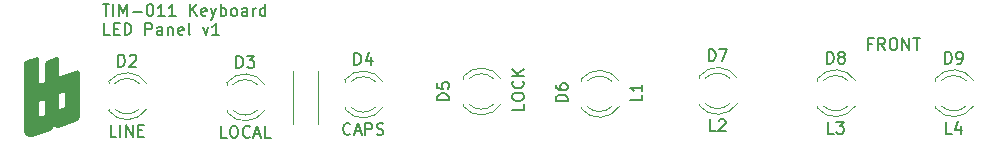
<source format=gbr>
%TF.GenerationSoftware,KiCad,Pcbnew,8.0.1*%
%TF.CreationDate,2024-05-11T19:49:50+01:00*%
%TF.ProjectId,TIMI2CLEDPanel,54494d49-3243-44c4-9544-50616e656c2e,rev?*%
%TF.SameCoordinates,Original*%
%TF.FileFunction,Legend,Top*%
%TF.FilePolarity,Positive*%
%FSLAX46Y46*%
G04 Gerber Fmt 4.6, Leading zero omitted, Abs format (unit mm)*
G04 Created by KiCad (PCBNEW 8.0.1) date 2024-05-11 19:49:50*
%MOMM*%
%LPD*%
G01*
G04 APERTURE LIST*
%ADD10C,0.150000*%
%ADD11C,0.120000*%
%ADD12C,0.000000*%
G04 APERTURE END LIST*
D10*
X47943922Y-31209875D02*
X48515350Y-31209875D01*
X48229636Y-32209875D02*
X48229636Y-31209875D01*
X48848684Y-32209875D02*
X48848684Y-31209875D01*
X49324874Y-32209875D02*
X49324874Y-31209875D01*
X49324874Y-31209875D02*
X49658207Y-31924160D01*
X49658207Y-31924160D02*
X49991540Y-31209875D01*
X49991540Y-31209875D02*
X49991540Y-32209875D01*
X50467731Y-31828922D02*
X51229636Y-31828922D01*
X51896302Y-31209875D02*
X51991540Y-31209875D01*
X51991540Y-31209875D02*
X52086778Y-31257494D01*
X52086778Y-31257494D02*
X52134397Y-31305113D01*
X52134397Y-31305113D02*
X52182016Y-31400351D01*
X52182016Y-31400351D02*
X52229635Y-31590827D01*
X52229635Y-31590827D02*
X52229635Y-31828922D01*
X52229635Y-31828922D02*
X52182016Y-32019398D01*
X52182016Y-32019398D02*
X52134397Y-32114636D01*
X52134397Y-32114636D02*
X52086778Y-32162256D01*
X52086778Y-32162256D02*
X51991540Y-32209875D01*
X51991540Y-32209875D02*
X51896302Y-32209875D01*
X51896302Y-32209875D02*
X51801064Y-32162256D01*
X51801064Y-32162256D02*
X51753445Y-32114636D01*
X51753445Y-32114636D02*
X51705826Y-32019398D01*
X51705826Y-32019398D02*
X51658207Y-31828922D01*
X51658207Y-31828922D02*
X51658207Y-31590827D01*
X51658207Y-31590827D02*
X51705826Y-31400351D01*
X51705826Y-31400351D02*
X51753445Y-31305113D01*
X51753445Y-31305113D02*
X51801064Y-31257494D01*
X51801064Y-31257494D02*
X51896302Y-31209875D01*
X53182016Y-32209875D02*
X52610588Y-32209875D01*
X52896302Y-32209875D02*
X52896302Y-31209875D01*
X52896302Y-31209875D02*
X52801064Y-31352732D01*
X52801064Y-31352732D02*
X52705826Y-31447970D01*
X52705826Y-31447970D02*
X52610588Y-31495589D01*
X54134397Y-32209875D02*
X53562969Y-32209875D01*
X53848683Y-32209875D02*
X53848683Y-31209875D01*
X53848683Y-31209875D02*
X53753445Y-31352732D01*
X53753445Y-31352732D02*
X53658207Y-31447970D01*
X53658207Y-31447970D02*
X53562969Y-31495589D01*
X55324874Y-32209875D02*
X55324874Y-31209875D01*
X55896302Y-32209875D02*
X55467731Y-31638446D01*
X55896302Y-31209875D02*
X55324874Y-31781303D01*
X56705826Y-32162256D02*
X56610588Y-32209875D01*
X56610588Y-32209875D02*
X56420112Y-32209875D01*
X56420112Y-32209875D02*
X56324874Y-32162256D01*
X56324874Y-32162256D02*
X56277255Y-32067017D01*
X56277255Y-32067017D02*
X56277255Y-31686065D01*
X56277255Y-31686065D02*
X56324874Y-31590827D01*
X56324874Y-31590827D02*
X56420112Y-31543208D01*
X56420112Y-31543208D02*
X56610588Y-31543208D01*
X56610588Y-31543208D02*
X56705826Y-31590827D01*
X56705826Y-31590827D02*
X56753445Y-31686065D01*
X56753445Y-31686065D02*
X56753445Y-31781303D01*
X56753445Y-31781303D02*
X56277255Y-31876541D01*
X57086779Y-31543208D02*
X57324874Y-32209875D01*
X57562969Y-31543208D02*
X57324874Y-32209875D01*
X57324874Y-32209875D02*
X57229636Y-32447970D01*
X57229636Y-32447970D02*
X57182017Y-32495589D01*
X57182017Y-32495589D02*
X57086779Y-32543208D01*
X57943922Y-32209875D02*
X57943922Y-31209875D01*
X57943922Y-31590827D02*
X58039160Y-31543208D01*
X58039160Y-31543208D02*
X58229636Y-31543208D01*
X58229636Y-31543208D02*
X58324874Y-31590827D01*
X58324874Y-31590827D02*
X58372493Y-31638446D01*
X58372493Y-31638446D02*
X58420112Y-31733684D01*
X58420112Y-31733684D02*
X58420112Y-32019398D01*
X58420112Y-32019398D02*
X58372493Y-32114636D01*
X58372493Y-32114636D02*
X58324874Y-32162256D01*
X58324874Y-32162256D02*
X58229636Y-32209875D01*
X58229636Y-32209875D02*
X58039160Y-32209875D01*
X58039160Y-32209875D02*
X57943922Y-32162256D01*
X58991541Y-32209875D02*
X58896303Y-32162256D01*
X58896303Y-32162256D02*
X58848684Y-32114636D01*
X58848684Y-32114636D02*
X58801065Y-32019398D01*
X58801065Y-32019398D02*
X58801065Y-31733684D01*
X58801065Y-31733684D02*
X58848684Y-31638446D01*
X58848684Y-31638446D02*
X58896303Y-31590827D01*
X58896303Y-31590827D02*
X58991541Y-31543208D01*
X58991541Y-31543208D02*
X59134398Y-31543208D01*
X59134398Y-31543208D02*
X59229636Y-31590827D01*
X59229636Y-31590827D02*
X59277255Y-31638446D01*
X59277255Y-31638446D02*
X59324874Y-31733684D01*
X59324874Y-31733684D02*
X59324874Y-32019398D01*
X59324874Y-32019398D02*
X59277255Y-32114636D01*
X59277255Y-32114636D02*
X59229636Y-32162256D01*
X59229636Y-32162256D02*
X59134398Y-32209875D01*
X59134398Y-32209875D02*
X58991541Y-32209875D01*
X60182017Y-32209875D02*
X60182017Y-31686065D01*
X60182017Y-31686065D02*
X60134398Y-31590827D01*
X60134398Y-31590827D02*
X60039160Y-31543208D01*
X60039160Y-31543208D02*
X59848684Y-31543208D01*
X59848684Y-31543208D02*
X59753446Y-31590827D01*
X60182017Y-32162256D02*
X60086779Y-32209875D01*
X60086779Y-32209875D02*
X59848684Y-32209875D01*
X59848684Y-32209875D02*
X59753446Y-32162256D01*
X59753446Y-32162256D02*
X59705827Y-32067017D01*
X59705827Y-32067017D02*
X59705827Y-31971779D01*
X59705827Y-31971779D02*
X59753446Y-31876541D01*
X59753446Y-31876541D02*
X59848684Y-31828922D01*
X59848684Y-31828922D02*
X60086779Y-31828922D01*
X60086779Y-31828922D02*
X60182017Y-31781303D01*
X60658208Y-32209875D02*
X60658208Y-31543208D01*
X60658208Y-31733684D02*
X60705827Y-31638446D01*
X60705827Y-31638446D02*
X60753446Y-31590827D01*
X60753446Y-31590827D02*
X60848684Y-31543208D01*
X60848684Y-31543208D02*
X60943922Y-31543208D01*
X61705827Y-32209875D02*
X61705827Y-31209875D01*
X61705827Y-32162256D02*
X61610589Y-32209875D01*
X61610589Y-32209875D02*
X61420113Y-32209875D01*
X61420113Y-32209875D02*
X61324875Y-32162256D01*
X61324875Y-32162256D02*
X61277256Y-32114636D01*
X61277256Y-32114636D02*
X61229637Y-32019398D01*
X61229637Y-32019398D02*
X61229637Y-31733684D01*
X61229637Y-31733684D02*
X61277256Y-31638446D01*
X61277256Y-31638446D02*
X61324875Y-31590827D01*
X61324875Y-31590827D02*
X61420113Y-31543208D01*
X61420113Y-31543208D02*
X61610589Y-31543208D01*
X61610589Y-31543208D02*
X61705827Y-31590827D01*
X48562969Y-33819819D02*
X48086779Y-33819819D01*
X48086779Y-33819819D02*
X48086779Y-32819819D01*
X48896303Y-33296009D02*
X49229636Y-33296009D01*
X49372493Y-33819819D02*
X48896303Y-33819819D01*
X48896303Y-33819819D02*
X48896303Y-32819819D01*
X48896303Y-32819819D02*
X49372493Y-32819819D01*
X49801065Y-33819819D02*
X49801065Y-32819819D01*
X49801065Y-32819819D02*
X50039160Y-32819819D01*
X50039160Y-32819819D02*
X50182017Y-32867438D01*
X50182017Y-32867438D02*
X50277255Y-32962676D01*
X50277255Y-32962676D02*
X50324874Y-33057914D01*
X50324874Y-33057914D02*
X50372493Y-33248390D01*
X50372493Y-33248390D02*
X50372493Y-33391247D01*
X50372493Y-33391247D02*
X50324874Y-33581723D01*
X50324874Y-33581723D02*
X50277255Y-33676961D01*
X50277255Y-33676961D02*
X50182017Y-33772200D01*
X50182017Y-33772200D02*
X50039160Y-33819819D01*
X50039160Y-33819819D02*
X49801065Y-33819819D01*
X51562970Y-33819819D02*
X51562970Y-32819819D01*
X51562970Y-32819819D02*
X51943922Y-32819819D01*
X51943922Y-32819819D02*
X52039160Y-32867438D01*
X52039160Y-32867438D02*
X52086779Y-32915057D01*
X52086779Y-32915057D02*
X52134398Y-33010295D01*
X52134398Y-33010295D02*
X52134398Y-33153152D01*
X52134398Y-33153152D02*
X52086779Y-33248390D01*
X52086779Y-33248390D02*
X52039160Y-33296009D01*
X52039160Y-33296009D02*
X51943922Y-33343628D01*
X51943922Y-33343628D02*
X51562970Y-33343628D01*
X52991541Y-33819819D02*
X52991541Y-33296009D01*
X52991541Y-33296009D02*
X52943922Y-33200771D01*
X52943922Y-33200771D02*
X52848684Y-33153152D01*
X52848684Y-33153152D02*
X52658208Y-33153152D01*
X52658208Y-33153152D02*
X52562970Y-33200771D01*
X52991541Y-33772200D02*
X52896303Y-33819819D01*
X52896303Y-33819819D02*
X52658208Y-33819819D01*
X52658208Y-33819819D02*
X52562970Y-33772200D01*
X52562970Y-33772200D02*
X52515351Y-33676961D01*
X52515351Y-33676961D02*
X52515351Y-33581723D01*
X52515351Y-33581723D02*
X52562970Y-33486485D01*
X52562970Y-33486485D02*
X52658208Y-33438866D01*
X52658208Y-33438866D02*
X52896303Y-33438866D01*
X52896303Y-33438866D02*
X52991541Y-33391247D01*
X53467732Y-33153152D02*
X53467732Y-33819819D01*
X53467732Y-33248390D02*
X53515351Y-33200771D01*
X53515351Y-33200771D02*
X53610589Y-33153152D01*
X53610589Y-33153152D02*
X53753446Y-33153152D01*
X53753446Y-33153152D02*
X53848684Y-33200771D01*
X53848684Y-33200771D02*
X53896303Y-33296009D01*
X53896303Y-33296009D02*
X53896303Y-33819819D01*
X54753446Y-33772200D02*
X54658208Y-33819819D01*
X54658208Y-33819819D02*
X54467732Y-33819819D01*
X54467732Y-33819819D02*
X54372494Y-33772200D01*
X54372494Y-33772200D02*
X54324875Y-33676961D01*
X54324875Y-33676961D02*
X54324875Y-33296009D01*
X54324875Y-33296009D02*
X54372494Y-33200771D01*
X54372494Y-33200771D02*
X54467732Y-33153152D01*
X54467732Y-33153152D02*
X54658208Y-33153152D01*
X54658208Y-33153152D02*
X54753446Y-33200771D01*
X54753446Y-33200771D02*
X54801065Y-33296009D01*
X54801065Y-33296009D02*
X54801065Y-33391247D01*
X54801065Y-33391247D02*
X54324875Y-33486485D01*
X55372494Y-33819819D02*
X55277256Y-33772200D01*
X55277256Y-33772200D02*
X55229637Y-33676961D01*
X55229637Y-33676961D02*
X55229637Y-32819819D01*
X56420114Y-33153152D02*
X56658209Y-33819819D01*
X56658209Y-33819819D02*
X56896304Y-33153152D01*
X57801066Y-33819819D02*
X57229638Y-33819819D01*
X57515352Y-33819819D02*
X57515352Y-32819819D01*
X57515352Y-32819819D02*
X57420114Y-32962676D01*
X57420114Y-32962676D02*
X57324876Y-33057914D01*
X57324876Y-33057914D02*
X57229638Y-33105533D01*
X113084397Y-34546009D02*
X112751064Y-34546009D01*
X112751064Y-35069819D02*
X112751064Y-34069819D01*
X112751064Y-34069819D02*
X113227254Y-34069819D01*
X114179635Y-35069819D02*
X113846302Y-34593628D01*
X113608207Y-35069819D02*
X113608207Y-34069819D01*
X113608207Y-34069819D02*
X113989159Y-34069819D01*
X113989159Y-34069819D02*
X114084397Y-34117438D01*
X114084397Y-34117438D02*
X114132016Y-34165057D01*
X114132016Y-34165057D02*
X114179635Y-34260295D01*
X114179635Y-34260295D02*
X114179635Y-34403152D01*
X114179635Y-34403152D02*
X114132016Y-34498390D01*
X114132016Y-34498390D02*
X114084397Y-34546009D01*
X114084397Y-34546009D02*
X113989159Y-34593628D01*
X113989159Y-34593628D02*
X113608207Y-34593628D01*
X114798683Y-34069819D02*
X114989159Y-34069819D01*
X114989159Y-34069819D02*
X115084397Y-34117438D01*
X115084397Y-34117438D02*
X115179635Y-34212676D01*
X115179635Y-34212676D02*
X115227254Y-34403152D01*
X115227254Y-34403152D02*
X115227254Y-34736485D01*
X115227254Y-34736485D02*
X115179635Y-34926961D01*
X115179635Y-34926961D02*
X115084397Y-35022200D01*
X115084397Y-35022200D02*
X114989159Y-35069819D01*
X114989159Y-35069819D02*
X114798683Y-35069819D01*
X114798683Y-35069819D02*
X114703445Y-35022200D01*
X114703445Y-35022200D02*
X114608207Y-34926961D01*
X114608207Y-34926961D02*
X114560588Y-34736485D01*
X114560588Y-34736485D02*
X114560588Y-34403152D01*
X114560588Y-34403152D02*
X114608207Y-34212676D01*
X114608207Y-34212676D02*
X114703445Y-34117438D01*
X114703445Y-34117438D02*
X114798683Y-34069819D01*
X115655826Y-35069819D02*
X115655826Y-34069819D01*
X115655826Y-34069819D02*
X116227254Y-35069819D01*
X116227254Y-35069819D02*
X116227254Y-34069819D01*
X116560588Y-34069819D02*
X117132016Y-34069819D01*
X116846302Y-35069819D02*
X116846302Y-34069819D01*
X49261905Y-36494819D02*
X49261905Y-35494819D01*
X49261905Y-35494819D02*
X49500000Y-35494819D01*
X49500000Y-35494819D02*
X49642857Y-35542438D01*
X49642857Y-35542438D02*
X49738095Y-35637676D01*
X49738095Y-35637676D02*
X49785714Y-35732914D01*
X49785714Y-35732914D02*
X49833333Y-35923390D01*
X49833333Y-35923390D02*
X49833333Y-36066247D01*
X49833333Y-36066247D02*
X49785714Y-36256723D01*
X49785714Y-36256723D02*
X49738095Y-36351961D01*
X49738095Y-36351961D02*
X49642857Y-36447200D01*
X49642857Y-36447200D02*
X49500000Y-36494819D01*
X49500000Y-36494819D02*
X49261905Y-36494819D01*
X50214286Y-35590057D02*
X50261905Y-35542438D01*
X50261905Y-35542438D02*
X50357143Y-35494819D01*
X50357143Y-35494819D02*
X50595238Y-35494819D01*
X50595238Y-35494819D02*
X50690476Y-35542438D01*
X50690476Y-35542438D02*
X50738095Y-35590057D01*
X50738095Y-35590057D02*
X50785714Y-35685295D01*
X50785714Y-35685295D02*
X50785714Y-35780533D01*
X50785714Y-35780533D02*
X50738095Y-35923390D01*
X50738095Y-35923390D02*
X50166667Y-36494819D01*
X50166667Y-36494819D02*
X50785714Y-36494819D01*
X49095238Y-42414819D02*
X48619048Y-42414819D01*
X48619048Y-42414819D02*
X48619048Y-41414819D01*
X49428572Y-42414819D02*
X49428572Y-41414819D01*
X49904762Y-42414819D02*
X49904762Y-41414819D01*
X49904762Y-41414819D02*
X50476190Y-42414819D01*
X50476190Y-42414819D02*
X50476190Y-41414819D01*
X50952381Y-41891009D02*
X51285714Y-41891009D01*
X51428571Y-42414819D02*
X50952381Y-42414819D01*
X50952381Y-42414819D02*
X50952381Y-41414819D01*
X50952381Y-41414819D02*
X51428571Y-41414819D01*
X87304819Y-39438094D02*
X86304819Y-39438094D01*
X86304819Y-39438094D02*
X86304819Y-39199999D01*
X86304819Y-39199999D02*
X86352438Y-39057142D01*
X86352438Y-39057142D02*
X86447676Y-38961904D01*
X86447676Y-38961904D02*
X86542914Y-38914285D01*
X86542914Y-38914285D02*
X86733390Y-38866666D01*
X86733390Y-38866666D02*
X86876247Y-38866666D01*
X86876247Y-38866666D02*
X87066723Y-38914285D01*
X87066723Y-38914285D02*
X87161961Y-38961904D01*
X87161961Y-38961904D02*
X87257200Y-39057142D01*
X87257200Y-39057142D02*
X87304819Y-39199999D01*
X87304819Y-39199999D02*
X87304819Y-39438094D01*
X86304819Y-38009523D02*
X86304819Y-38199999D01*
X86304819Y-38199999D02*
X86352438Y-38295237D01*
X86352438Y-38295237D02*
X86400057Y-38342856D01*
X86400057Y-38342856D02*
X86542914Y-38438094D01*
X86542914Y-38438094D02*
X86733390Y-38485713D01*
X86733390Y-38485713D02*
X87114342Y-38485713D01*
X87114342Y-38485713D02*
X87209580Y-38438094D01*
X87209580Y-38438094D02*
X87257200Y-38390475D01*
X87257200Y-38390475D02*
X87304819Y-38295237D01*
X87304819Y-38295237D02*
X87304819Y-38104761D01*
X87304819Y-38104761D02*
X87257200Y-38009523D01*
X87257200Y-38009523D02*
X87209580Y-37961904D01*
X87209580Y-37961904D02*
X87114342Y-37914285D01*
X87114342Y-37914285D02*
X86876247Y-37914285D01*
X86876247Y-37914285D02*
X86781009Y-37961904D01*
X86781009Y-37961904D02*
X86733390Y-38009523D01*
X86733390Y-38009523D02*
X86685771Y-38104761D01*
X86685771Y-38104761D02*
X86685771Y-38295237D01*
X86685771Y-38295237D02*
X86733390Y-38390475D01*
X86733390Y-38390475D02*
X86781009Y-38438094D01*
X86781009Y-38438094D02*
X86876247Y-38485713D01*
X93604819Y-38866666D02*
X93604819Y-39342856D01*
X93604819Y-39342856D02*
X92604819Y-39342856D01*
X93604819Y-38009523D02*
X93604819Y-38580951D01*
X93604819Y-38295237D02*
X92604819Y-38295237D01*
X92604819Y-38295237D02*
X92747676Y-38390475D01*
X92747676Y-38390475D02*
X92842914Y-38485713D01*
X92842914Y-38485713D02*
X92890533Y-38580951D01*
X77254819Y-39338094D02*
X76254819Y-39338094D01*
X76254819Y-39338094D02*
X76254819Y-39099999D01*
X76254819Y-39099999D02*
X76302438Y-38957142D01*
X76302438Y-38957142D02*
X76397676Y-38861904D01*
X76397676Y-38861904D02*
X76492914Y-38814285D01*
X76492914Y-38814285D02*
X76683390Y-38766666D01*
X76683390Y-38766666D02*
X76826247Y-38766666D01*
X76826247Y-38766666D02*
X77016723Y-38814285D01*
X77016723Y-38814285D02*
X77111961Y-38861904D01*
X77111961Y-38861904D02*
X77207200Y-38957142D01*
X77207200Y-38957142D02*
X77254819Y-39099999D01*
X77254819Y-39099999D02*
X77254819Y-39338094D01*
X76254819Y-37861904D02*
X76254819Y-38338094D01*
X76254819Y-38338094D02*
X76731009Y-38385713D01*
X76731009Y-38385713D02*
X76683390Y-38338094D01*
X76683390Y-38338094D02*
X76635771Y-38242856D01*
X76635771Y-38242856D02*
X76635771Y-38004761D01*
X76635771Y-38004761D02*
X76683390Y-37909523D01*
X76683390Y-37909523D02*
X76731009Y-37861904D01*
X76731009Y-37861904D02*
X76826247Y-37814285D01*
X76826247Y-37814285D02*
X77064342Y-37814285D01*
X77064342Y-37814285D02*
X77159580Y-37861904D01*
X77159580Y-37861904D02*
X77207200Y-37909523D01*
X77207200Y-37909523D02*
X77254819Y-38004761D01*
X77254819Y-38004761D02*
X77254819Y-38242856D01*
X77254819Y-38242856D02*
X77207200Y-38338094D01*
X77207200Y-38338094D02*
X77159580Y-38385713D01*
X83604819Y-39664285D02*
X83604819Y-40140475D01*
X83604819Y-40140475D02*
X82604819Y-40140475D01*
X82604819Y-39140475D02*
X82604819Y-38949999D01*
X82604819Y-38949999D02*
X82652438Y-38854761D01*
X82652438Y-38854761D02*
X82747676Y-38759523D01*
X82747676Y-38759523D02*
X82938152Y-38711904D01*
X82938152Y-38711904D02*
X83271485Y-38711904D01*
X83271485Y-38711904D02*
X83461961Y-38759523D01*
X83461961Y-38759523D02*
X83557200Y-38854761D01*
X83557200Y-38854761D02*
X83604819Y-38949999D01*
X83604819Y-38949999D02*
X83604819Y-39140475D01*
X83604819Y-39140475D02*
X83557200Y-39235713D01*
X83557200Y-39235713D02*
X83461961Y-39330951D01*
X83461961Y-39330951D02*
X83271485Y-39378570D01*
X83271485Y-39378570D02*
X82938152Y-39378570D01*
X82938152Y-39378570D02*
X82747676Y-39330951D01*
X82747676Y-39330951D02*
X82652438Y-39235713D01*
X82652438Y-39235713D02*
X82604819Y-39140475D01*
X83509580Y-37711904D02*
X83557200Y-37759523D01*
X83557200Y-37759523D02*
X83604819Y-37902380D01*
X83604819Y-37902380D02*
X83604819Y-37997618D01*
X83604819Y-37997618D02*
X83557200Y-38140475D01*
X83557200Y-38140475D02*
X83461961Y-38235713D01*
X83461961Y-38235713D02*
X83366723Y-38283332D01*
X83366723Y-38283332D02*
X83176247Y-38330951D01*
X83176247Y-38330951D02*
X83033390Y-38330951D01*
X83033390Y-38330951D02*
X82842914Y-38283332D01*
X82842914Y-38283332D02*
X82747676Y-38235713D01*
X82747676Y-38235713D02*
X82652438Y-38140475D01*
X82652438Y-38140475D02*
X82604819Y-37997618D01*
X82604819Y-37997618D02*
X82604819Y-37902380D01*
X82604819Y-37902380D02*
X82652438Y-37759523D01*
X82652438Y-37759523D02*
X82700057Y-37711904D01*
X83604819Y-37283332D02*
X82604819Y-37283332D01*
X83604819Y-36711904D02*
X83033390Y-37140475D01*
X82604819Y-36711904D02*
X83176247Y-37283332D01*
X59261905Y-36594819D02*
X59261905Y-35594819D01*
X59261905Y-35594819D02*
X59500000Y-35594819D01*
X59500000Y-35594819D02*
X59642857Y-35642438D01*
X59642857Y-35642438D02*
X59738095Y-35737676D01*
X59738095Y-35737676D02*
X59785714Y-35832914D01*
X59785714Y-35832914D02*
X59833333Y-36023390D01*
X59833333Y-36023390D02*
X59833333Y-36166247D01*
X59833333Y-36166247D02*
X59785714Y-36356723D01*
X59785714Y-36356723D02*
X59738095Y-36451961D01*
X59738095Y-36451961D02*
X59642857Y-36547200D01*
X59642857Y-36547200D02*
X59500000Y-36594819D01*
X59500000Y-36594819D02*
X59261905Y-36594819D01*
X60166667Y-35594819D02*
X60785714Y-35594819D01*
X60785714Y-35594819D02*
X60452381Y-35975771D01*
X60452381Y-35975771D02*
X60595238Y-35975771D01*
X60595238Y-35975771D02*
X60690476Y-36023390D01*
X60690476Y-36023390D02*
X60738095Y-36071009D01*
X60738095Y-36071009D02*
X60785714Y-36166247D01*
X60785714Y-36166247D02*
X60785714Y-36404342D01*
X60785714Y-36404342D02*
X60738095Y-36499580D01*
X60738095Y-36499580D02*
X60690476Y-36547200D01*
X60690476Y-36547200D02*
X60595238Y-36594819D01*
X60595238Y-36594819D02*
X60309524Y-36594819D01*
X60309524Y-36594819D02*
X60214286Y-36547200D01*
X60214286Y-36547200D02*
X60166667Y-36499580D01*
X58452380Y-42514819D02*
X57976190Y-42514819D01*
X57976190Y-42514819D02*
X57976190Y-41514819D01*
X58976190Y-41514819D02*
X59166666Y-41514819D01*
X59166666Y-41514819D02*
X59261904Y-41562438D01*
X59261904Y-41562438D02*
X59357142Y-41657676D01*
X59357142Y-41657676D02*
X59404761Y-41848152D01*
X59404761Y-41848152D02*
X59404761Y-42181485D01*
X59404761Y-42181485D02*
X59357142Y-42371961D01*
X59357142Y-42371961D02*
X59261904Y-42467200D01*
X59261904Y-42467200D02*
X59166666Y-42514819D01*
X59166666Y-42514819D02*
X58976190Y-42514819D01*
X58976190Y-42514819D02*
X58880952Y-42467200D01*
X58880952Y-42467200D02*
X58785714Y-42371961D01*
X58785714Y-42371961D02*
X58738095Y-42181485D01*
X58738095Y-42181485D02*
X58738095Y-41848152D01*
X58738095Y-41848152D02*
X58785714Y-41657676D01*
X58785714Y-41657676D02*
X58880952Y-41562438D01*
X58880952Y-41562438D02*
X58976190Y-41514819D01*
X60404761Y-42419580D02*
X60357142Y-42467200D01*
X60357142Y-42467200D02*
X60214285Y-42514819D01*
X60214285Y-42514819D02*
X60119047Y-42514819D01*
X60119047Y-42514819D02*
X59976190Y-42467200D01*
X59976190Y-42467200D02*
X59880952Y-42371961D01*
X59880952Y-42371961D02*
X59833333Y-42276723D01*
X59833333Y-42276723D02*
X59785714Y-42086247D01*
X59785714Y-42086247D02*
X59785714Y-41943390D01*
X59785714Y-41943390D02*
X59833333Y-41752914D01*
X59833333Y-41752914D02*
X59880952Y-41657676D01*
X59880952Y-41657676D02*
X59976190Y-41562438D01*
X59976190Y-41562438D02*
X60119047Y-41514819D01*
X60119047Y-41514819D02*
X60214285Y-41514819D01*
X60214285Y-41514819D02*
X60357142Y-41562438D01*
X60357142Y-41562438D02*
X60404761Y-41610057D01*
X60785714Y-42229104D02*
X61261904Y-42229104D01*
X60690476Y-42514819D02*
X61023809Y-41514819D01*
X61023809Y-41514819D02*
X61357142Y-42514819D01*
X62166666Y-42514819D02*
X61690476Y-42514819D01*
X61690476Y-42514819D02*
X61690476Y-41514819D01*
X69261905Y-36344819D02*
X69261905Y-35344819D01*
X69261905Y-35344819D02*
X69500000Y-35344819D01*
X69500000Y-35344819D02*
X69642857Y-35392438D01*
X69642857Y-35392438D02*
X69738095Y-35487676D01*
X69738095Y-35487676D02*
X69785714Y-35582914D01*
X69785714Y-35582914D02*
X69833333Y-35773390D01*
X69833333Y-35773390D02*
X69833333Y-35916247D01*
X69833333Y-35916247D02*
X69785714Y-36106723D01*
X69785714Y-36106723D02*
X69738095Y-36201961D01*
X69738095Y-36201961D02*
X69642857Y-36297200D01*
X69642857Y-36297200D02*
X69500000Y-36344819D01*
X69500000Y-36344819D02*
X69261905Y-36344819D01*
X70690476Y-35678152D02*
X70690476Y-36344819D01*
X70452381Y-35297200D02*
X70214286Y-36011485D01*
X70214286Y-36011485D02*
X70833333Y-36011485D01*
X68904761Y-42169580D02*
X68857142Y-42217200D01*
X68857142Y-42217200D02*
X68714285Y-42264819D01*
X68714285Y-42264819D02*
X68619047Y-42264819D01*
X68619047Y-42264819D02*
X68476190Y-42217200D01*
X68476190Y-42217200D02*
X68380952Y-42121961D01*
X68380952Y-42121961D02*
X68333333Y-42026723D01*
X68333333Y-42026723D02*
X68285714Y-41836247D01*
X68285714Y-41836247D02*
X68285714Y-41693390D01*
X68285714Y-41693390D02*
X68333333Y-41502914D01*
X68333333Y-41502914D02*
X68380952Y-41407676D01*
X68380952Y-41407676D02*
X68476190Y-41312438D01*
X68476190Y-41312438D02*
X68619047Y-41264819D01*
X68619047Y-41264819D02*
X68714285Y-41264819D01*
X68714285Y-41264819D02*
X68857142Y-41312438D01*
X68857142Y-41312438D02*
X68904761Y-41360057D01*
X69285714Y-41979104D02*
X69761904Y-41979104D01*
X69190476Y-42264819D02*
X69523809Y-41264819D01*
X69523809Y-41264819D02*
X69857142Y-42264819D01*
X70190476Y-42264819D02*
X70190476Y-41264819D01*
X70190476Y-41264819D02*
X70571428Y-41264819D01*
X70571428Y-41264819D02*
X70666666Y-41312438D01*
X70666666Y-41312438D02*
X70714285Y-41360057D01*
X70714285Y-41360057D02*
X70761904Y-41455295D01*
X70761904Y-41455295D02*
X70761904Y-41598152D01*
X70761904Y-41598152D02*
X70714285Y-41693390D01*
X70714285Y-41693390D02*
X70666666Y-41741009D01*
X70666666Y-41741009D02*
X70571428Y-41788628D01*
X70571428Y-41788628D02*
X70190476Y-41788628D01*
X71142857Y-42217200D02*
X71285714Y-42264819D01*
X71285714Y-42264819D02*
X71523809Y-42264819D01*
X71523809Y-42264819D02*
X71619047Y-42217200D01*
X71619047Y-42217200D02*
X71666666Y-42169580D01*
X71666666Y-42169580D02*
X71714285Y-42074342D01*
X71714285Y-42074342D02*
X71714285Y-41979104D01*
X71714285Y-41979104D02*
X71666666Y-41883866D01*
X71666666Y-41883866D02*
X71619047Y-41836247D01*
X71619047Y-41836247D02*
X71523809Y-41788628D01*
X71523809Y-41788628D02*
X71333333Y-41741009D01*
X71333333Y-41741009D02*
X71238095Y-41693390D01*
X71238095Y-41693390D02*
X71190476Y-41645771D01*
X71190476Y-41645771D02*
X71142857Y-41550533D01*
X71142857Y-41550533D02*
X71142857Y-41455295D01*
X71142857Y-41455295D02*
X71190476Y-41360057D01*
X71190476Y-41360057D02*
X71238095Y-41312438D01*
X71238095Y-41312438D02*
X71333333Y-41264819D01*
X71333333Y-41264819D02*
X71571428Y-41264819D01*
X71571428Y-41264819D02*
X71714285Y-41312438D01*
X119261905Y-36244819D02*
X119261905Y-35244819D01*
X119261905Y-35244819D02*
X119500000Y-35244819D01*
X119500000Y-35244819D02*
X119642857Y-35292438D01*
X119642857Y-35292438D02*
X119738095Y-35387676D01*
X119738095Y-35387676D02*
X119785714Y-35482914D01*
X119785714Y-35482914D02*
X119833333Y-35673390D01*
X119833333Y-35673390D02*
X119833333Y-35816247D01*
X119833333Y-35816247D02*
X119785714Y-36006723D01*
X119785714Y-36006723D02*
X119738095Y-36101961D01*
X119738095Y-36101961D02*
X119642857Y-36197200D01*
X119642857Y-36197200D02*
X119500000Y-36244819D01*
X119500000Y-36244819D02*
X119261905Y-36244819D01*
X120309524Y-36244819D02*
X120500000Y-36244819D01*
X120500000Y-36244819D02*
X120595238Y-36197200D01*
X120595238Y-36197200D02*
X120642857Y-36149580D01*
X120642857Y-36149580D02*
X120738095Y-36006723D01*
X120738095Y-36006723D02*
X120785714Y-35816247D01*
X120785714Y-35816247D02*
X120785714Y-35435295D01*
X120785714Y-35435295D02*
X120738095Y-35340057D01*
X120738095Y-35340057D02*
X120690476Y-35292438D01*
X120690476Y-35292438D02*
X120595238Y-35244819D01*
X120595238Y-35244819D02*
X120404762Y-35244819D01*
X120404762Y-35244819D02*
X120309524Y-35292438D01*
X120309524Y-35292438D02*
X120261905Y-35340057D01*
X120261905Y-35340057D02*
X120214286Y-35435295D01*
X120214286Y-35435295D02*
X120214286Y-35673390D01*
X120214286Y-35673390D02*
X120261905Y-35768628D01*
X120261905Y-35768628D02*
X120309524Y-35816247D01*
X120309524Y-35816247D02*
X120404762Y-35863866D01*
X120404762Y-35863866D02*
X120595238Y-35863866D01*
X120595238Y-35863866D02*
X120690476Y-35816247D01*
X120690476Y-35816247D02*
X120738095Y-35768628D01*
X120738095Y-35768628D02*
X120785714Y-35673390D01*
X119833333Y-42164819D02*
X119357143Y-42164819D01*
X119357143Y-42164819D02*
X119357143Y-41164819D01*
X120595238Y-41498152D02*
X120595238Y-42164819D01*
X120357143Y-41117200D02*
X120119048Y-41831485D01*
X120119048Y-41831485D02*
X120738095Y-41831485D01*
X99261905Y-36044819D02*
X99261905Y-35044819D01*
X99261905Y-35044819D02*
X99500000Y-35044819D01*
X99500000Y-35044819D02*
X99642857Y-35092438D01*
X99642857Y-35092438D02*
X99738095Y-35187676D01*
X99738095Y-35187676D02*
X99785714Y-35282914D01*
X99785714Y-35282914D02*
X99833333Y-35473390D01*
X99833333Y-35473390D02*
X99833333Y-35616247D01*
X99833333Y-35616247D02*
X99785714Y-35806723D01*
X99785714Y-35806723D02*
X99738095Y-35901961D01*
X99738095Y-35901961D02*
X99642857Y-35997200D01*
X99642857Y-35997200D02*
X99500000Y-36044819D01*
X99500000Y-36044819D02*
X99261905Y-36044819D01*
X100166667Y-35044819D02*
X100833333Y-35044819D01*
X100833333Y-35044819D02*
X100404762Y-36044819D01*
X99833333Y-41964819D02*
X99357143Y-41964819D01*
X99357143Y-41964819D02*
X99357143Y-40964819D01*
X100119048Y-41060057D02*
X100166667Y-41012438D01*
X100166667Y-41012438D02*
X100261905Y-40964819D01*
X100261905Y-40964819D02*
X100500000Y-40964819D01*
X100500000Y-40964819D02*
X100595238Y-41012438D01*
X100595238Y-41012438D02*
X100642857Y-41060057D01*
X100642857Y-41060057D02*
X100690476Y-41155295D01*
X100690476Y-41155295D02*
X100690476Y-41250533D01*
X100690476Y-41250533D02*
X100642857Y-41393390D01*
X100642857Y-41393390D02*
X100071429Y-41964819D01*
X100071429Y-41964819D02*
X100690476Y-41964819D01*
X109261905Y-36244819D02*
X109261905Y-35244819D01*
X109261905Y-35244819D02*
X109500000Y-35244819D01*
X109500000Y-35244819D02*
X109642857Y-35292438D01*
X109642857Y-35292438D02*
X109738095Y-35387676D01*
X109738095Y-35387676D02*
X109785714Y-35482914D01*
X109785714Y-35482914D02*
X109833333Y-35673390D01*
X109833333Y-35673390D02*
X109833333Y-35816247D01*
X109833333Y-35816247D02*
X109785714Y-36006723D01*
X109785714Y-36006723D02*
X109738095Y-36101961D01*
X109738095Y-36101961D02*
X109642857Y-36197200D01*
X109642857Y-36197200D02*
X109500000Y-36244819D01*
X109500000Y-36244819D02*
X109261905Y-36244819D01*
X110404762Y-35673390D02*
X110309524Y-35625771D01*
X110309524Y-35625771D02*
X110261905Y-35578152D01*
X110261905Y-35578152D02*
X110214286Y-35482914D01*
X110214286Y-35482914D02*
X110214286Y-35435295D01*
X110214286Y-35435295D02*
X110261905Y-35340057D01*
X110261905Y-35340057D02*
X110309524Y-35292438D01*
X110309524Y-35292438D02*
X110404762Y-35244819D01*
X110404762Y-35244819D02*
X110595238Y-35244819D01*
X110595238Y-35244819D02*
X110690476Y-35292438D01*
X110690476Y-35292438D02*
X110738095Y-35340057D01*
X110738095Y-35340057D02*
X110785714Y-35435295D01*
X110785714Y-35435295D02*
X110785714Y-35482914D01*
X110785714Y-35482914D02*
X110738095Y-35578152D01*
X110738095Y-35578152D02*
X110690476Y-35625771D01*
X110690476Y-35625771D02*
X110595238Y-35673390D01*
X110595238Y-35673390D02*
X110404762Y-35673390D01*
X110404762Y-35673390D02*
X110309524Y-35721009D01*
X110309524Y-35721009D02*
X110261905Y-35768628D01*
X110261905Y-35768628D02*
X110214286Y-35863866D01*
X110214286Y-35863866D02*
X110214286Y-36054342D01*
X110214286Y-36054342D02*
X110261905Y-36149580D01*
X110261905Y-36149580D02*
X110309524Y-36197200D01*
X110309524Y-36197200D02*
X110404762Y-36244819D01*
X110404762Y-36244819D02*
X110595238Y-36244819D01*
X110595238Y-36244819D02*
X110690476Y-36197200D01*
X110690476Y-36197200D02*
X110738095Y-36149580D01*
X110738095Y-36149580D02*
X110785714Y-36054342D01*
X110785714Y-36054342D02*
X110785714Y-35863866D01*
X110785714Y-35863866D02*
X110738095Y-35768628D01*
X110738095Y-35768628D02*
X110690476Y-35721009D01*
X110690476Y-35721009D02*
X110595238Y-35673390D01*
X109833333Y-42164819D02*
X109357143Y-42164819D01*
X109357143Y-42164819D02*
X109357143Y-41164819D01*
X110071429Y-41164819D02*
X110690476Y-41164819D01*
X110690476Y-41164819D02*
X110357143Y-41545771D01*
X110357143Y-41545771D02*
X110500000Y-41545771D01*
X110500000Y-41545771D02*
X110595238Y-41593390D01*
X110595238Y-41593390D02*
X110642857Y-41641009D01*
X110642857Y-41641009D02*
X110690476Y-41736247D01*
X110690476Y-41736247D02*
X110690476Y-41974342D01*
X110690476Y-41974342D02*
X110642857Y-42069580D01*
X110642857Y-42069580D02*
X110595238Y-42117200D01*
X110595238Y-42117200D02*
X110500000Y-42164819D01*
X110500000Y-42164819D02*
X110214286Y-42164819D01*
X110214286Y-42164819D02*
X110119048Y-42117200D01*
X110119048Y-42117200D02*
X110071429Y-42069580D01*
D11*
%TO.C,D2*%
X48440000Y-37764000D02*
X48440000Y-37920000D01*
X48440000Y-40080000D02*
X48440000Y-40236000D01*
X48440001Y-37764485D02*
G75*
G02*
X51672334Y-37921392I1559999J-1235515D01*
G01*
X48959040Y-37920001D02*
G75*
G02*
X51041129Y-37920164I1040960J-1079999D01*
G01*
X51041129Y-40079836D02*
G75*
G02*
X48959040Y-40079999I-1041129J1079836D01*
G01*
X51672334Y-40078608D02*
G75*
G02*
X48440001Y-40235515I-1672334J1078608D01*
G01*
%TO.C,D6*%
X88440000Y-37564000D02*
X88440000Y-37720000D01*
X88440000Y-39880000D02*
X88440000Y-40036000D01*
X88440001Y-37564485D02*
G75*
G02*
X91672334Y-37721392I1559999J-1235515D01*
G01*
X88959040Y-37720001D02*
G75*
G02*
X91041129Y-37720164I1040960J-1079999D01*
G01*
X91041129Y-39879836D02*
G75*
G02*
X88959040Y-39879999I-1041129J1079836D01*
G01*
X91672334Y-39878608D02*
G75*
G02*
X88440001Y-40035515I-1672334J1078608D01*
G01*
%TO.C,D5*%
X78440000Y-37364000D02*
X78440000Y-37520000D01*
X78440000Y-39680000D02*
X78440000Y-39836000D01*
X78440001Y-37364485D02*
G75*
G02*
X81672334Y-37521392I1559999J-1235515D01*
G01*
X78959040Y-37520001D02*
G75*
G02*
X81041129Y-37520164I1040960J-1079999D01*
G01*
X81041129Y-39679836D02*
G75*
G02*
X78959040Y-39679999I-1041129J1079836D01*
G01*
X81672334Y-39678608D02*
G75*
G02*
X78440001Y-39835515I-1672334J1078608D01*
G01*
D12*
%TO.C,G1*%
G36*
X44100721Y-35673335D02*
G01*
X44124008Y-35678249D01*
X44131605Y-35680912D01*
X44161006Y-35697208D01*
X44186530Y-35720338D01*
X44207807Y-35749815D01*
X44224466Y-35785151D01*
X44233744Y-35815359D01*
X44235464Y-35825313D01*
X44237059Y-35840820D01*
X44238530Y-35862055D01*
X44239881Y-35889190D01*
X44241114Y-35922400D01*
X44242233Y-35961859D01*
X44243238Y-36007740D01*
X44244134Y-36060217D01*
X44244924Y-36119464D01*
X44245609Y-36185654D01*
X44246192Y-36258962D01*
X44246676Y-36339561D01*
X44247065Y-36427626D01*
X44247360Y-36523329D01*
X44247564Y-36626844D01*
X44247660Y-36710828D01*
X44247735Y-36772268D01*
X44247855Y-36832790D01*
X44248016Y-36891733D01*
X44248216Y-36948438D01*
X44248449Y-37002243D01*
X44248713Y-37052488D01*
X44249004Y-37098513D01*
X44249317Y-37139656D01*
X44249649Y-37175257D01*
X44249996Y-37204656D01*
X44250355Y-37227192D01*
X44250685Y-37241073D01*
X44253344Y-37326447D01*
X44410018Y-37274215D01*
X44444203Y-37262803D01*
X44476112Y-37252119D01*
X44504894Y-37242451D01*
X44529697Y-37234087D01*
X44549671Y-37227313D01*
X44563964Y-37222417D01*
X44571726Y-37219686D01*
X44572782Y-37219277D01*
X44579921Y-37216380D01*
X44581916Y-37215713D01*
X44586990Y-37213840D01*
X44592412Y-37211984D01*
X44593080Y-37211811D01*
X44599812Y-37209926D01*
X44600184Y-37209808D01*
X44606273Y-37209300D01*
X44609168Y-37206652D01*
X44609317Y-37205287D01*
X44612270Y-37202573D01*
X44615407Y-37203130D01*
X44620623Y-37203011D01*
X44621496Y-37201100D01*
X44624432Y-37198440D01*
X44627323Y-37198970D01*
X44633140Y-37199235D01*
X44634427Y-37197987D01*
X44638401Y-37196165D01*
X44649419Y-37192016D01*
X44666820Y-37185769D01*
X44689941Y-37177653D01*
X44718122Y-37167897D01*
X44750699Y-37156730D01*
X44787012Y-37144381D01*
X44826399Y-37131079D01*
X44868197Y-37117052D01*
X44873182Y-37115385D01*
X44944561Y-37091519D01*
X45014204Y-37068221D01*
X45081705Y-37045629D01*
X45146657Y-37023877D01*
X45208656Y-37003104D01*
X45267295Y-36983444D01*
X45322168Y-36965035D01*
X45372868Y-36948013D01*
X45418990Y-36932513D01*
X45460128Y-36918674D01*
X45495876Y-36906630D01*
X45525827Y-36896519D01*
X45549576Y-36888476D01*
X45566716Y-36882638D01*
X45576842Y-36879142D01*
X45579527Y-36878165D01*
X45586031Y-36875488D01*
X45587646Y-36874876D01*
X45592795Y-36872964D01*
X45595765Y-36871827D01*
X45603158Y-36869172D01*
X45614714Y-36865209D01*
X45620121Y-36863395D01*
X45633236Y-36858928D01*
X45650376Y-36852961D01*
X45667930Y-36846751D01*
X45668673Y-36846486D01*
X45713692Y-36832533D01*
X45759472Y-36822297D01*
X45803393Y-36816287D01*
X45831708Y-36814866D01*
X45851779Y-36814914D01*
X45866106Y-36815666D01*
X45877061Y-36817511D01*
X45887012Y-36820843D01*
X45897778Y-36825781D01*
X45912301Y-36833568D01*
X45925625Y-36841844D01*
X45932453Y-36846875D01*
X45945868Y-36861952D01*
X45958928Y-36883813D01*
X45970937Y-36911131D01*
X45979401Y-36936299D01*
X45981981Y-36945213D01*
X45984126Y-36953472D01*
X45985895Y-36961944D01*
X45987347Y-36971495D01*
X45988540Y-36982992D01*
X45989533Y-36997302D01*
X45990384Y-37015291D01*
X45991153Y-37037827D01*
X45991898Y-37065775D01*
X45992678Y-37100004D01*
X45993551Y-37141379D01*
X45993665Y-37146859D01*
X45993969Y-37165007D01*
X45994294Y-37190911D01*
X45994638Y-37224206D01*
X45994998Y-37264531D01*
X45995373Y-37311521D01*
X45995760Y-37364813D01*
X45996159Y-37424044D01*
X45996566Y-37488851D01*
X45996980Y-37558870D01*
X45997399Y-37633738D01*
X45997820Y-37713092D01*
X45998243Y-37796568D01*
X45998665Y-37883803D01*
X45999083Y-37974434D01*
X45999497Y-38068097D01*
X45999904Y-38164429D01*
X46000302Y-38263067D01*
X46000689Y-38363647D01*
X46001063Y-38465807D01*
X46001423Y-38569182D01*
X46001547Y-38606233D01*
X46001902Y-38712847D01*
X46002262Y-38819790D01*
X46002624Y-38926618D01*
X46002986Y-39032884D01*
X46003348Y-39138143D01*
X46003708Y-39241947D01*
X46004064Y-39343851D01*
X46004414Y-39443410D01*
X46004758Y-39540176D01*
X46005092Y-39633705D01*
X46005417Y-39723549D01*
X46005729Y-39809264D01*
X46006028Y-39890402D01*
X46006312Y-39966519D01*
X46006579Y-40037167D01*
X46006828Y-40101901D01*
X46007057Y-40160275D01*
X46007264Y-40211843D01*
X46007448Y-40256158D01*
X46007599Y-40290906D01*
X46007827Y-40350377D01*
X46007970Y-40407391D01*
X46008030Y-40461393D01*
X46008011Y-40511830D01*
X46007914Y-40558145D01*
X46007742Y-40599786D01*
X46007497Y-40636196D01*
X46007181Y-40666822D01*
X46006798Y-40691109D01*
X46006350Y-40708502D01*
X46005838Y-40718447D01*
X46005724Y-40719531D01*
X45996833Y-40765838D01*
X45982080Y-40814567D01*
X45962372Y-40863657D01*
X45938618Y-40911048D01*
X45911722Y-40954677D01*
X45888897Y-40985073D01*
X45851216Y-41027360D01*
X45811787Y-41064730D01*
X45767950Y-41099618D01*
X45749697Y-41112653D01*
X45730412Y-41125746D01*
X45712326Y-41137194D01*
X45694262Y-41147543D01*
X45675047Y-41157339D01*
X45653503Y-41167129D01*
X45628456Y-41177459D01*
X45598730Y-41188875D01*
X45563149Y-41201923D01*
X45538932Y-41210610D01*
X45504603Y-41222852D01*
X45465929Y-41236639D01*
X45425727Y-41250966D01*
X45386814Y-41264830D01*
X45352008Y-41277227D01*
X45344079Y-41280050D01*
X45317626Y-41289470D01*
X45293579Y-41298035D01*
X45273036Y-41305355D01*
X45257098Y-41311037D01*
X45246864Y-41314689D01*
X45243564Y-41315871D01*
X45238238Y-41317229D01*
X45237475Y-41317151D01*
X45233662Y-41318461D01*
X45226354Y-41322192D01*
X45218338Y-41326431D01*
X45214176Y-41328303D01*
X45209098Y-41330157D01*
X45206057Y-41331427D01*
X45204643Y-41332000D01*
X45202092Y-41332970D01*
X45198041Y-41334465D01*
X45192126Y-41336617D01*
X45183984Y-41339552D01*
X45173253Y-41343402D01*
X45159569Y-41348295D01*
X45142569Y-41354360D01*
X45121890Y-41361726D01*
X45097169Y-41370524D01*
X45068043Y-41380881D01*
X45034148Y-41392927D01*
X44995122Y-41406792D01*
X44950602Y-41422604D01*
X44900223Y-41440494D01*
X44843624Y-41460589D01*
X44780441Y-41483019D01*
X44710311Y-41507915D01*
X44637734Y-41533677D01*
X44591282Y-41550112D01*
X44546043Y-41566017D01*
X44502759Y-41581135D01*
X44462174Y-41595213D01*
X44425029Y-41607995D01*
X44392068Y-41619227D01*
X44364033Y-41628654D01*
X44341667Y-41636020D01*
X44325712Y-41641072D01*
X44319067Y-41643012D01*
X44291083Y-41650302D01*
X44274451Y-41654294D01*
X44265615Y-41656415D01*
X44243769Y-41661125D01*
X44226656Y-41664205D01*
X44215384Y-41665428D01*
X44211391Y-41664969D01*
X44206526Y-41665706D01*
X44205443Y-41666995D01*
X44200427Y-41668743D01*
X44188648Y-41670084D01*
X44171453Y-41670908D01*
X44154984Y-41671120D01*
X44113017Y-41669204D01*
X44071831Y-41663732D01*
X44033678Y-41655114D01*
X44000813Y-41643764D01*
X43997558Y-41642340D01*
X43983667Y-41636451D01*
X43972222Y-41632218D01*
X43965631Y-41630528D01*
X43965516Y-41630526D01*
X43960361Y-41628208D01*
X43959805Y-41626466D01*
X43956538Y-41622817D01*
X43954006Y-41622407D01*
X43946196Y-41619795D01*
X43942842Y-41617312D01*
X43936897Y-41612544D01*
X43926443Y-41604922D01*
X43913734Y-41596086D01*
X43913608Y-41596000D01*
X43889852Y-41576831D01*
X43865636Y-41551880D01*
X43842671Y-41523190D01*
X43822665Y-41492803D01*
X43813937Y-41476888D01*
X43808527Y-41466998D01*
X43804629Y-41461278D01*
X43803568Y-41460653D01*
X43802478Y-41464933D01*
X43800369Y-41475860D01*
X43797490Y-41492062D01*
X43794085Y-41512164D01*
X43791652Y-41527013D01*
X43787499Y-41551070D01*
X43783045Y-41574160D01*
X43778713Y-41594259D01*
X43774926Y-41609341D01*
X43773397Y-41614288D01*
X43767460Y-41631951D01*
X43761306Y-41651086D01*
X43758877Y-41658942D01*
X43747268Y-41689338D01*
X43730424Y-41722672D01*
X43709596Y-41757000D01*
X43686033Y-41790374D01*
X43660986Y-41820847D01*
X43642538Y-41840089D01*
X43622403Y-41857824D01*
X43597975Y-41876732D01*
X43571556Y-41895228D01*
X43545448Y-41911730D01*
X43521952Y-41924654D01*
X43514530Y-41928147D01*
X43504659Y-41932100D01*
X43488191Y-41938204D01*
X43466239Y-41946068D01*
X43439915Y-41955300D01*
X43410332Y-41965509D01*
X43378603Y-41976304D01*
X43356211Y-41983832D01*
X43324838Y-41994330D01*
X43295865Y-42004033D01*
X43270202Y-42012635D01*
X43248762Y-42019829D01*
X43232459Y-42025310D01*
X43222203Y-42028770D01*
X43218955Y-42029883D01*
X43211806Y-42031512D01*
X43211290Y-42031548D01*
X43205987Y-42034672D01*
X43205185Y-42035761D01*
X43201039Y-42037647D01*
X43189766Y-42041906D01*
X43171941Y-42048337D01*
X43148138Y-42056744D01*
X43118932Y-42066925D01*
X43084898Y-42078684D01*
X43046610Y-42091821D01*
X43004642Y-42106136D01*
X42959569Y-42121432D01*
X42911965Y-42137509D01*
X42886064Y-42146225D01*
X42835256Y-42163323D01*
X42785136Y-42180229D01*
X42736459Y-42196686D01*
X42689984Y-42212436D01*
X42646466Y-42227222D01*
X42606664Y-42240786D01*
X42593453Y-42245304D01*
X42571333Y-42252869D01*
X42541230Y-42263216D01*
X42517113Y-42271567D01*
X42499738Y-42277666D01*
X42496372Y-42278867D01*
X42471352Y-42287788D01*
X42440789Y-42298592D01*
X42406817Y-42310532D01*
X42371573Y-42322857D01*
X42337191Y-42334818D01*
X42317914Y-42341491D01*
X42290021Y-42351215D01*
X42264517Y-42360277D01*
X42242452Y-42368290D01*
X42224874Y-42374867D01*
X42212833Y-42379624D01*
X42207376Y-42382172D01*
X42207294Y-42382235D01*
X42202874Y-42384493D01*
X42202062Y-42383554D01*
X42199564Y-42383189D01*
X42195972Y-42385584D01*
X42191063Y-42388418D01*
X42189883Y-42387614D01*
X42187380Y-42386919D01*
X42184809Y-42388460D01*
X42178769Y-42391401D01*
X42166403Y-42396241D01*
X42149147Y-42402493D01*
X42128436Y-42409672D01*
X42105705Y-42417294D01*
X42082389Y-42424870D01*
X42059923Y-42431917D01*
X42039743Y-42437948D01*
X42032518Y-42439999D01*
X42009232Y-42445518D01*
X41980646Y-42450837D01*
X41949446Y-42455585D01*
X41918320Y-42459388D01*
X41889954Y-42461874D01*
X41869018Y-42462677D01*
X41850059Y-42461874D01*
X41825570Y-42459631D01*
X41797943Y-42456275D01*
X41769573Y-42452130D01*
X41742853Y-42447522D01*
X41720178Y-42442778D01*
X41716957Y-42441996D01*
X41664032Y-42425622D01*
X41610069Y-42402939D01*
X41557381Y-42375033D01*
X41512943Y-42346334D01*
X41465452Y-42307780D01*
X41422183Y-42262871D01*
X41383703Y-42212502D01*
X41350584Y-42157569D01*
X41323393Y-42098968D01*
X41302701Y-42037593D01*
X41294101Y-42002043D01*
X41283963Y-41953252D01*
X41273183Y-39472568D01*
X42583650Y-39472568D01*
X42583653Y-39728493D01*
X42583692Y-39803348D01*
X42583804Y-39878271D01*
X42583986Y-39952828D01*
X42584233Y-40026581D01*
X42584542Y-40099095D01*
X42584907Y-40169933D01*
X42585324Y-40238659D01*
X42585790Y-40304836D01*
X42586300Y-40368030D01*
X42586850Y-40427803D01*
X42587436Y-40483719D01*
X42588053Y-40535342D01*
X42588697Y-40582236D01*
X42589365Y-40623966D01*
X42590051Y-40660093D01*
X42590752Y-40690183D01*
X42591463Y-40713800D01*
X42592180Y-40730506D01*
X42592899Y-40739866D01*
X42593453Y-40741792D01*
X42599441Y-40738108D01*
X42600860Y-40737680D01*
X42601476Y-40737618D01*
X42602009Y-40737561D01*
X42603080Y-40737309D01*
X42605307Y-40736661D01*
X42609312Y-40735418D01*
X42615713Y-40733379D01*
X42625131Y-40730345D01*
X42638185Y-40726115D01*
X42655496Y-40720490D01*
X42677683Y-40713268D01*
X42705366Y-40704250D01*
X42739164Y-40693236D01*
X42779698Y-40680026D01*
X42806920Y-40671155D01*
X42846464Y-40658272D01*
X42885021Y-40645717D01*
X42921630Y-40633802D01*
X42955332Y-40622841D01*
X42985165Y-40613144D01*
X43010170Y-40605025D01*
X43029386Y-40598795D01*
X43041854Y-40594766D01*
X43041946Y-40594737D01*
X43084148Y-40581157D01*
X43081181Y-39949912D01*
X43080841Y-39878979D01*
X43080497Y-39810273D01*
X43080153Y-39744231D01*
X43079812Y-39681291D01*
X43079475Y-39621888D01*
X43079147Y-39566459D01*
X43078830Y-39515442D01*
X43078526Y-39469274D01*
X43078239Y-39428391D01*
X43077972Y-39393230D01*
X43077727Y-39364228D01*
X43077506Y-39341822D01*
X43077314Y-39326449D01*
X43077153Y-39318545D01*
X43077086Y-39317532D01*
X43073094Y-39318446D01*
X43062275Y-39321560D01*
X43045534Y-39326598D01*
X43023776Y-39333281D01*
X42997906Y-39341333D01*
X42968828Y-39350476D01*
X42946513Y-39357548D01*
X42908087Y-39369757D01*
X42865469Y-39383289D01*
X42821039Y-39397387D01*
X42777179Y-39411296D01*
X42736269Y-39424262D01*
X42700690Y-39435528D01*
X42700360Y-39435633D01*
X42583650Y-39472568D01*
X41273183Y-39472568D01*
X41272135Y-39231389D01*
X41271488Y-39081978D01*
X41270854Y-38934188D01*
X41270347Y-38815063D01*
X44268398Y-38815063D01*
X44270954Y-39450483D01*
X44271246Y-39521654D01*
X44271541Y-39590600D01*
X44271835Y-39656885D01*
X44272127Y-39720073D01*
X44272415Y-39779730D01*
X44272695Y-39835419D01*
X44272965Y-39886705D01*
X44273224Y-39933153D01*
X44273468Y-39974328D01*
X44273695Y-40009793D01*
X44273904Y-40039114D01*
X44274090Y-40061854D01*
X44274253Y-40077580D01*
X44274390Y-40085854D01*
X44274451Y-40087070D01*
X44278559Y-40086364D01*
X44289393Y-40083420D01*
X44305968Y-40078551D01*
X44327304Y-40072072D01*
X44352417Y-40064296D01*
X44380326Y-40055539D01*
X44410048Y-40046114D01*
X44440601Y-40036336D01*
X44471003Y-40026520D01*
X44500271Y-40016979D01*
X44527424Y-40008028D01*
X44551478Y-39999981D01*
X44571451Y-39993152D01*
X44586362Y-39987857D01*
X44595109Y-39984460D01*
X44602607Y-39981670D01*
X44616491Y-39976947D01*
X44635388Y-39970743D01*
X44657924Y-39963506D01*
X44682723Y-39955687D01*
X44688477Y-39953892D01*
X44769666Y-39928626D01*
X44768437Y-39432852D01*
X44768253Y-39366934D01*
X44768028Y-39301213D01*
X44767767Y-39236380D01*
X44767475Y-39173128D01*
X44767156Y-39112151D01*
X44766815Y-39054142D01*
X44766455Y-38999792D01*
X44766082Y-38949796D01*
X44765700Y-38904846D01*
X44765313Y-38865634D01*
X44764925Y-38832855D01*
X44764542Y-38807200D01*
X44764378Y-38798440D01*
X44761547Y-38659802D01*
X44514972Y-38737433D01*
X44268398Y-38815063D01*
X41270347Y-38815063D01*
X41270233Y-38788245D01*
X41269626Y-38644372D01*
X41269034Y-38502795D01*
X41268458Y-38363738D01*
X41267898Y-38227427D01*
X41267356Y-38094084D01*
X41266832Y-37963937D01*
X41266327Y-37837209D01*
X41265842Y-37714124D01*
X41265378Y-37594909D01*
X41264935Y-37479786D01*
X41264515Y-37368983D01*
X41264118Y-37262721D01*
X41263745Y-37161228D01*
X41263397Y-37064727D01*
X41263075Y-36973443D01*
X41262779Y-36887601D01*
X41262511Y-36807426D01*
X41262271Y-36733142D01*
X41262060Y-36664975D01*
X41261878Y-36603148D01*
X41261728Y-36547886D01*
X41261609Y-36499415D01*
X41261523Y-36457959D01*
X41261470Y-36423743D01*
X41261451Y-36396991D01*
X41261467Y-36377929D01*
X41261512Y-36367444D01*
X41261842Y-36329747D01*
X41262169Y-36299212D01*
X41262561Y-36274882D01*
X41263084Y-36255800D01*
X41263804Y-36241010D01*
X41264788Y-36229554D01*
X41266103Y-36220477D01*
X41267815Y-36212821D01*
X41269990Y-36205629D01*
X41272696Y-36197946D01*
X41273449Y-36195876D01*
X41284994Y-36167111D01*
X41297467Y-36143050D01*
X41312616Y-36120886D01*
X41332192Y-36097807D01*
X41339274Y-36090196D01*
X41376839Y-36053109D01*
X41413355Y-36022747D01*
X41450242Y-35998100D01*
X41488918Y-35978158D01*
X41507895Y-35970211D01*
X41523330Y-35964144D01*
X41537486Y-35958537D01*
X41546460Y-35954942D01*
X41555458Y-35951328D01*
X41560572Y-35949344D01*
X41560668Y-35949310D01*
X41565741Y-35947250D01*
X41568787Y-35945927D01*
X41573542Y-35944217D01*
X41585372Y-35940123D01*
X41603658Y-35933854D01*
X41627780Y-35925621D01*
X41657120Y-35915635D01*
X41691060Y-35904106D01*
X41728980Y-35891244D01*
X41770263Y-35877260D01*
X41814288Y-35862364D01*
X41857008Y-35847926D01*
X41905578Y-35831512D01*
X41953900Y-35815171D01*
X42001111Y-35799196D01*
X42046346Y-35783879D01*
X42088742Y-35769513D01*
X42127434Y-35756392D01*
X42161559Y-35744807D01*
X42190251Y-35735052D01*
X42212649Y-35727419D01*
X42222952Y-35723896D01*
X42264437Y-35710202D01*
X42299691Y-35699885D01*
X42329827Y-35692864D01*
X42355958Y-35689052D01*
X42379195Y-35688368D01*
X42400652Y-35690727D01*
X42421442Y-35696045D01*
X42442677Y-35704239D01*
X42448595Y-35706917D01*
X42467691Y-35718795D01*
X42487878Y-35736515D01*
X42507497Y-35758280D01*
X42524888Y-35782292D01*
X42535839Y-35801422D01*
X42540964Y-35811604D01*
X42545438Y-35820718D01*
X42549313Y-35829368D01*
X42552638Y-35838155D01*
X42555463Y-35847684D01*
X42557838Y-35858556D01*
X42559815Y-35871373D01*
X42561442Y-35886740D01*
X42562769Y-35905257D01*
X42563848Y-35927528D01*
X42564728Y-35954156D01*
X42565459Y-35985743D01*
X42566091Y-36022891D01*
X42566675Y-36066203D01*
X42567260Y-36116283D01*
X42567898Y-36173732D01*
X42568065Y-36188828D01*
X42568462Y-36227424D01*
X42568877Y-36273459D01*
X42569306Y-36326254D01*
X42569744Y-36385130D01*
X42570189Y-36449406D01*
X42570636Y-36518403D01*
X42571081Y-36591441D01*
X42571521Y-36667842D01*
X42571950Y-36746926D01*
X42572367Y-36828012D01*
X42572765Y-36910422D01*
X42573142Y-36993476D01*
X42573494Y-37076495D01*
X42573816Y-37158798D01*
X42574020Y-37214937D01*
X42574369Y-37310608D01*
X42574720Y-37398391D01*
X42575075Y-37478519D01*
X42575437Y-37551224D01*
X42575807Y-37616736D01*
X42576189Y-37675288D01*
X42576583Y-37727111D01*
X42576994Y-37772438D01*
X42577422Y-37811499D01*
X42577870Y-37844526D01*
X42578341Y-37871752D01*
X42578837Y-37893408D01*
X42579360Y-37909725D01*
X42579912Y-37920936D01*
X42580496Y-37927271D01*
X42581106Y-37928971D01*
X42585673Y-37927108D01*
X42597289Y-37922944D01*
X42615286Y-37916704D01*
X42638998Y-37908614D01*
X42667758Y-37898899D01*
X42700898Y-37887783D01*
X42737752Y-37875492D01*
X42777652Y-37862251D01*
X42819932Y-37848285D01*
X42828797Y-37845365D01*
X43071915Y-37765315D01*
X43070335Y-36991280D01*
X43070146Y-36898102D01*
X43069980Y-36812692D01*
X43069837Y-36734699D01*
X43069722Y-36663772D01*
X43069637Y-36599558D01*
X43069584Y-36541708D01*
X43069566Y-36489871D01*
X43069587Y-36443694D01*
X43069648Y-36402827D01*
X43069752Y-36366920D01*
X43069903Y-36335620D01*
X43070102Y-36308576D01*
X43070352Y-36285439D01*
X43070657Y-36265855D01*
X43071019Y-36249475D01*
X43071441Y-36235947D01*
X43071924Y-36224921D01*
X43072473Y-36216044D01*
X43073090Y-36208966D01*
X43073777Y-36203336D01*
X43074537Y-36198802D01*
X43075373Y-36195014D01*
X43076288Y-36191620D01*
X43076510Y-36190858D01*
X43090026Y-36154006D01*
X43108619Y-36119299D01*
X43133259Y-36085140D01*
X43157607Y-36057526D01*
X43177146Y-36039502D01*
X43201843Y-36021454D01*
X43232245Y-36003080D01*
X43268896Y-35984081D01*
X43312341Y-35964154D01*
X43363127Y-35943000D01*
X43371184Y-35939793D01*
X43395403Y-35930127D01*
X43418660Y-35920706D01*
X43439245Y-35912236D01*
X43455446Y-35905417D01*
X43464552Y-35901419D01*
X43477920Y-35895528D01*
X43496086Y-35887848D01*
X43516282Y-35879536D01*
X43529503Y-35874219D01*
X43547094Y-35867035D01*
X43562121Y-35860554D01*
X43572826Y-35855557D01*
X43577201Y-35853065D01*
X43581541Y-35850744D01*
X43582276Y-35851490D01*
X43585157Y-35851571D01*
X43591410Y-35848325D01*
X43597483Y-35845352D01*
X43610252Y-35839755D01*
X43628855Y-35831878D01*
X43652431Y-35822069D01*
X43680119Y-35810672D01*
X43711059Y-35798034D01*
X43744389Y-35784501D01*
X43779248Y-35770418D01*
X43814776Y-35756131D01*
X43850112Y-35741987D01*
X43884394Y-35728330D01*
X43916762Y-35715507D01*
X43946354Y-35703864D01*
X43972311Y-35693747D01*
X43993771Y-35685501D01*
X44009872Y-35679472D01*
X44019755Y-35676006D01*
X44021903Y-35675384D01*
X44046646Y-35671750D01*
X44073926Y-35671118D01*
X44100721Y-35673335D01*
G37*
D11*
%TO.C,D3*%
X58440000Y-37864000D02*
X58440000Y-38020000D01*
X58440000Y-40180000D02*
X58440000Y-40336000D01*
X58440001Y-37864485D02*
G75*
G02*
X61672334Y-38021392I1559999J-1235515D01*
G01*
X58959040Y-38020001D02*
G75*
G02*
X61041129Y-38020164I1040960J-1079999D01*
G01*
X61041129Y-40179836D02*
G75*
G02*
X58959040Y-40179999I-1041129J1079836D01*
G01*
X61672334Y-40178608D02*
G75*
G02*
X58440001Y-40335515I-1672334J1078608D01*
G01*
%TO.C,D4*%
X68440000Y-37614000D02*
X68440000Y-37770000D01*
X68440000Y-39930000D02*
X68440000Y-40086000D01*
X68440001Y-37614485D02*
G75*
G02*
X71672334Y-37771392I1559999J-1235515D01*
G01*
X68959040Y-37770001D02*
G75*
G02*
X71041129Y-37770164I1040960J-1079999D01*
G01*
X71041129Y-39929836D02*
G75*
G02*
X68959040Y-39929999I-1041129J1079836D01*
G01*
X71672334Y-39928608D02*
G75*
G02*
X68440001Y-40085515I-1672334J1078608D01*
G01*
%TO.C,D9*%
X118440000Y-37514000D02*
X118440000Y-37670000D01*
X118440000Y-39830000D02*
X118440000Y-39986000D01*
X118440001Y-37514485D02*
G75*
G02*
X121672334Y-37671392I1559999J-1235515D01*
G01*
X118959040Y-37670001D02*
G75*
G02*
X121041129Y-37670164I1040960J-1079999D01*
G01*
X121041129Y-39829836D02*
G75*
G02*
X118959040Y-39829999I-1041129J1079836D01*
G01*
X121672334Y-39828608D02*
G75*
G02*
X118440001Y-39985515I-1672334J1078608D01*
G01*
%TO.C,D7*%
X98440000Y-37314000D02*
X98440000Y-37470000D01*
X98440000Y-39630000D02*
X98440000Y-39786000D01*
X98440001Y-37314485D02*
G75*
G02*
X101672334Y-37471392I1559999J-1235515D01*
G01*
X98959040Y-37470001D02*
G75*
G02*
X101041129Y-37470164I1040960J-1079999D01*
G01*
X101041129Y-39629836D02*
G75*
G02*
X98959040Y-39629999I-1041129J1079836D01*
G01*
X101672334Y-39628608D02*
G75*
G02*
X98440001Y-39785515I-1672334J1078608D01*
G01*
%TO.C,C1*%
X64030000Y-36830000D02*
X64045000Y-36830000D01*
X64030000Y-41370000D02*
X64030000Y-36830000D01*
X64030000Y-41370000D02*
X64045000Y-41370000D01*
X66155000Y-36830000D02*
X66170000Y-36830000D01*
X66155000Y-41370000D02*
X66170000Y-41370000D01*
X66170000Y-41370000D02*
X66170000Y-36830000D01*
%TO.C,D8*%
X108440000Y-37514000D02*
X108440000Y-37670000D01*
X108440000Y-39830000D02*
X108440000Y-39986000D01*
X108440001Y-37514485D02*
G75*
G02*
X111672334Y-37671392I1559999J-1235515D01*
G01*
X108959040Y-37670001D02*
G75*
G02*
X111041129Y-37670164I1040960J-1079999D01*
G01*
X111041129Y-39829836D02*
G75*
G02*
X108959040Y-39829999I-1041129J1079836D01*
G01*
X111672334Y-39828608D02*
G75*
G02*
X108440001Y-39985515I-1672334J1078608D01*
G01*
%TD*%
M02*

</source>
